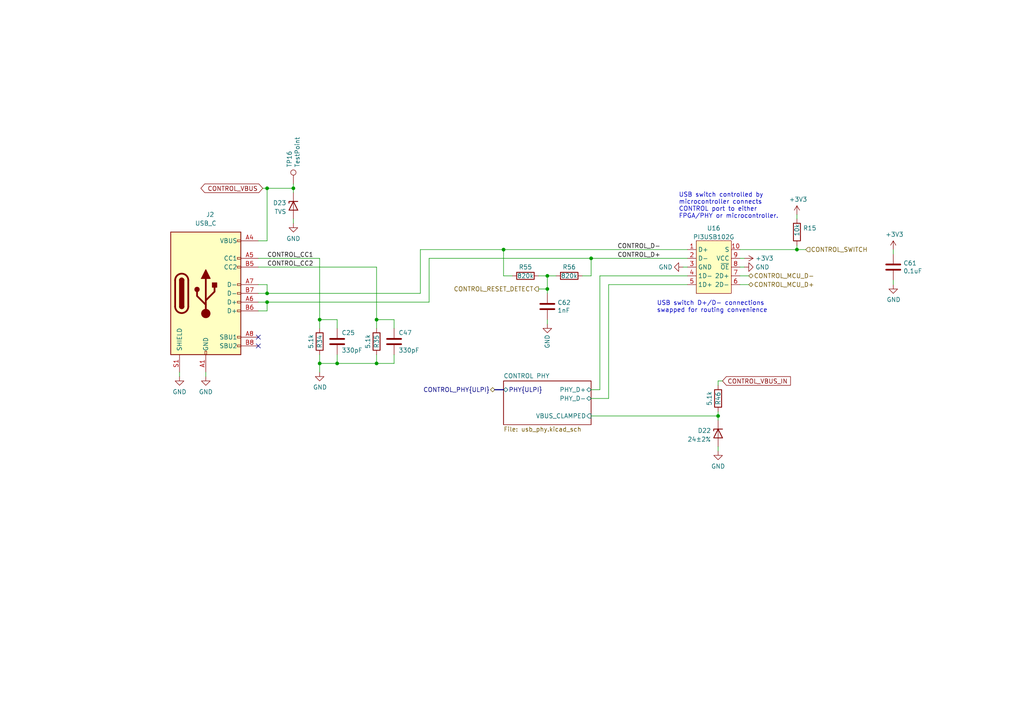
<source format=kicad_sch>
(kicad_sch (version 20231120) (generator "eeschema") (generator_version "8.0")
  (paper "A4")
  (title_block (title "Cynthion") (date "${DATE}") (rev "${VERSION}") (company "Copyright 2019-2023 Great Scott Gadgets") (comment 1 "Licensed under the CERN-OHL-P v2"))
  (lib_symbols
    (symbol "Connector:TestPoint" (pin_numbers hide) (pin_names (offset 0.762) hide)
      (property "Reference" "TP" (at 0 6.858 0))
      (property "Value" "TestPoint" (at 0 5.08 0))
      (symbol "TestPoint_0_1"
        (circle (center 0 3.302) (radius 0.762))
      )
      (symbol "TestPoint_1_1"
        (pin passive line (at 0 0 90) (length 2.54) (name "1") (number "1"))
      )
    )
    (symbol "Connector:USB_C_Receptacle_USB2.0" (pin_names (offset 1.016))
      (property "Reference" "J" (at -10.16 19.05 0))
      (property "Value" "USB_C_Receptacle_USB2.0" (at 19.05 19.05 0))
      (symbol "USB_C_Receptacle_USB2.0_0_0"
        (rectangle (start -0.254 -17.78) (end 0.254 -16.764))
        (rectangle (start 10.16 -14.986) (end 9.144 -15.494))
        (rectangle (start 10.16 -12.446) (end 9.144 -12.954))
        (rectangle (start 10.16 -4.826) (end 9.144 -5.334))
        (rectangle (start 10.16 -2.286) (end 9.144 -2.794))
        (rectangle (start 10.16 0.254) (end 9.144 -0.254))
        (rectangle (start 10.16 2.794) (end 9.144 2.286))
        (rectangle (start 10.16 7.874) (end 9.144 7.366))
        (rectangle (start 10.16 10.414) (end 9.144 9.906))
        (rectangle (start 10.16 15.494) (end 9.144 14.986))
      )
      (symbol "USB_C_Receptacle_USB2.0_0_1"
        (rectangle (start -10.16 17.78) (end 10.16 -17.78) (stroke (width 0.254)) (fill (type background)))
        (arc (start -8.89 -3.81) (mid -6.985 -5.7067) (end -5.08 -3.81) (stroke (width 0.508)))
        (arc (start -7.62 -3.81) (mid -6.985 -4.4423) (end -6.35 -3.81) (stroke (width 0.254)))
        (arc (start -7.62 -3.81) (mid -6.985 -4.4423) (end -6.35 -3.81) (stroke (width 0.254)) (fill (type outline)))
        (rectangle (start -7.62 -3.81) (end -6.35 3.81) (stroke (width 0.254)) (fill (type outline)))
        (arc (start -6.35 3.81) (mid -6.985 4.4423) (end -7.62 3.81) (stroke (width 0.254)))
        (arc (start -6.35 3.81) (mid -6.985 4.4423) (end -7.62 3.81) (stroke (width 0.254)) (fill (type outline)))
        (arc (start -5.08 3.81) (mid -6.985 5.7067) (end -8.89 3.81) (stroke (width 0.508)))
        (circle (center -2.54 1.143) (radius 0.635) (stroke (width 0.254)) (fill (type outline)))
        (circle (center 0 -5.842) (radius 1.27) (fill (type outline)))
        (polyline (pts (xy -8.89 -3.81) (xy -8.89 3.81)) (stroke (width 0.508)))
        (polyline (pts (xy -5.08 3.81) (xy -5.08 -3.81)) (stroke (width 0.508)))
        (polyline (pts (xy 0 -5.842) (xy 0 4.318)) (stroke (width 0.508)))
        (polyline (pts (xy 0 -3.302) (xy -2.54 -0.762) (xy -2.54 0.508)) (stroke (width 0.508)))
        (polyline (pts (xy 0 -2.032) (xy 2.54 0.508) (xy 2.54 1.778)) (stroke (width 0.508)))
        (polyline (pts (xy -1.27 4.318) (xy 0 6.858) (xy 1.27 4.318) (xy -1.27 4.318)) (stroke (width 0.254)) (fill (type outline)))
        (rectangle (start 1.905 1.778) (end 3.175 3.048) (stroke (width 0.254)) (fill (type outline)))
      )
      (symbol "USB_C_Receptacle_USB2.0_1_1"
        (pin passive line (at 0 -22.86 90) (length 5.08) (name "GND") (number "A1"))
        (pin passive line (at 0 -22.86 90) (length 5.08) hide (name "GND") (number "A12"))
        (pin passive line (at 15.24 15.24 180) (length 5.08) (name "VBUS") (number "A4"))
        (pin bidirectional line (at 15.24 10.16 180) (length 5.08) (name "CC1") (number "A5"))
        (pin bidirectional line (at 15.24 -2.54 180) (length 5.08) (name "D+") (number "A6"))
        (pin bidirectional line (at 15.24 2.54 180) (length 5.08) (name "D-") (number "A7"))
        (pin bidirectional line (at 15.24 -12.7 180) (length 5.08) (name "SBU1") (number "A8"))
        (pin passive line (at 15.24 15.24 180) (length 5.08) hide (name "VBUS") (number "A9"))
        (pin passive line (at 0 -22.86 90) (length 5.08) hide (name "GND") (number "B1"))
        (pin passive line (at 0 -22.86 90) (length 5.08) hide (name "GND") (number "B12"))
        (pin passive line (at 15.24 15.24 180) (length 5.08) hide (name "VBUS") (number "B4"))
        (pin bidirectional line (at 15.24 7.62 180) (length 5.08) (name "CC2") (number "B5"))
        (pin bidirectional line (at 15.24 -5.08 180) (length 5.08) (name "D+") (number "B6"))
        (pin bidirectional line (at 15.24 0 180) (length 5.08) (name "D-") (number "B7"))
        (pin bidirectional line (at 15.24 -15.24 180) (length 5.08) (name "SBU2") (number "B8"))
        (pin passive line (at 15.24 15.24 180) (length 5.08) hide (name "VBUS") (number "B9"))
        (pin passive line (at -7.62 -22.86 90) (length 5.08) (name "SHIELD") (number "S1"))
      )
    )
    (symbol "Device:C" (pin_numbers hide) (pin_names (offset 0.254))
      (property "Reference" "C" (at 0.635 2.54 0))
      (property "Value" "C" (at 0.635 -2.54 0))
      (symbol "C_0_1"
        (polyline (pts (xy -2.032 -0.762) (xy 2.032 -0.762)) (stroke (width 0.508)))
        (polyline (pts (xy -2.032 0.762) (xy 2.032 0.762)) (stroke (width 0.508)))
      )
      (symbol "C_1_1"
        (pin passive line (at 0 3.81 270) (length 2.794) (name "~") (number "1"))
        (pin passive line (at 0 -3.81 90) (length 2.794) (name "~") (number "2"))
      )
    )
    (symbol "Device:D_Zener" (pin_numbers hide) (pin_names (offset 1.016) hide)
      (property "Reference" "D" (at 0 2.54 0))
      (property "Value" "D_Zener" (at 0 -2.54 0))
      (symbol "D_Zener_0_1"
        (polyline (pts (xy 1.27 0) (xy -1.27 0)))
        (polyline (pts (xy -1.27 -1.27) (xy -1.27 1.27) (xy -0.762 1.27)) (stroke (width 0.254)))
        (polyline (pts (xy 1.27 -1.27) (xy 1.27 1.27) (xy -1.27 0) (xy 1.27 -1.27)) (stroke (width 0.254)))
      )
      (symbol "D_Zener_1_1"
        (pin passive line (at -3.81 0 0) (length 2.54) (name "K") (number "1"))
        (pin passive line (at 3.81 0 180) (length 2.54) (name "A") (number "2"))
      )
    )
    (symbol "Device:R" (pin_numbers hide) (pin_names (offset 0))
      (property "Reference" "R" (at 2.032 0 90))
      (property "Value" "R" (at 0 0 90))
      (symbol "R_0_1"
        (rectangle (start -1.016 -2.54) (end 1.016 2.54) (stroke (width 0.254)))
      )
      (symbol "R_1_1"
        (pin passive line (at 0 3.81 270) (length 1.27) (name "~") (number "1"))
        (pin passive line (at 0 -3.81 90) (length 1.27) (name "~") (number "2"))
      )
    )
    (symbol "TC7USB42MU_1"
      (property "Reference" "U" (at 0 8.89 0))
      (property "Value" "TC7USB42MU_1" (at 0 -8.89 0))
      (symbol "TC7USB42MU_1_0_1"
        (rectangle (start -5.08 7.62) (end 5.08 -7.62) (stroke (width 0.1524)) (fill (type background)))
      )
      (symbol "TC7USB42MU_1_1_1"
        (pin bidirectional line (at -7.62 5.08 0) (length 2.54) (name "D+") (number "1"))
        (pin input line (at 7.62 5.08 180) (length 2.54) (name "S") (number "10"))
        (pin bidirectional line (at -7.62 2.54 0) (length 2.54) (name "D-") (number "2"))
        (pin power_in line (at -7.62 0 0) (length 2.54) (name "GND") (number "3"))
        (pin bidirectional line (at -7.62 -2.54 0) (length 2.54) (name "1D-") (number "4"))
        (pin bidirectional line (at -7.62 -5.08 0) (length 2.54) (name "1D+") (number "5"))
        (pin bidirectional line (at 7.62 -5.08 180) (length 2.54) (name "2D-") (number "6"))
        (pin bidirectional line (at 7.62 -2.54 180) (length 2.54) (name "2D+") (number "7"))
        (pin input line (at 7.62 0 180) (length 2.54) (name "~{OE}") (number "8"))
        (pin power_in line (at 7.62 2.54 180) (length 2.54) (name "VCC") (number "9"))
      )
    )
    (symbol "power:+3V3" (power) (pin_names (offset 0))
      (property "Value" "+3V3" (at 0 3.556 0))
      (symbol "+3V3_0_1"
        (polyline (pts (xy -0.762 1.27) (xy 0 2.54)))
        (polyline (pts (xy 0 0) (xy 0 2.54)))
        (polyline (pts (xy 0 2.54) (xy 0.762 1.27)))
      )
      (symbol "+3V3_1_1"
        (pin power_in line (at 0 0 90) (length 0) hide (name "+3V3") (number "1"))
      )
    )
    (symbol "power:GND" (power) (pin_names (offset 0))
      (property "Value" "GND" (at 0 -3.81 0))
      (symbol "GND_0_1"
        (polyline (pts (xy 0 0) (xy 0 -1.27) (xy 1.27 -1.27) (xy 0 -2.54) (xy -1.27 -1.27) (xy 0 -1.27)))
      )
      (symbol "GND_1_1"
        (pin power_in line (at 0 0 270) (length 0) hide (name "GND") (number "1"))
      )
    )
  )
  (junction (at 158.75 80.01))
  (junction (at 208.28 120.65))
  (junction (at 92.71 92.71))
  (junction (at 77.47 85.09))
  (junction (at 97.79 105.41))
  (junction (at 109.22 92.71))
  (junction (at 77.47 87.63))
  (junction (at 85.09 54.61))
  (junction (at 92.71 105.41))
  (junction (at 171.45 74.93))
  (junction (at 231.14 72.39))
  (junction (at 158.75 83.82))
  (junction (at 146.05 72.39))
  (junction (at 109.22 105.41))
  (junction (at 77.47 54.61))
  (no_connect (at 74.93 100.33))
  (no_connect (at 74.93 97.79))
  (wire (pts (xy 121.92 85.09) (xy 121.92 72.39)))
  (wire (pts (xy 77.47 69.85) (xy 74.93 69.85)))
  (wire (pts (xy 77.47 54.61) (xy 77.47 69.85)))
  (wire (pts (xy 52.07 107.95) (xy 52.07 109.22)))
  (wire (pts (xy 171.45 115.57) (xy 176.53 115.57)))
  (wire (pts (xy 231.14 62.23) (xy 231.14 63.5)))
  (wire (pts (xy 231.14 72.39) (xy 214.63 72.39)))
  (wire (pts (xy 214.63 77.47) (xy 215.9 77.47)))
  (wire (pts (xy 74.93 77.47) (xy 109.22 77.47)))
  (wire (pts (xy 114.3 105.41) (xy 109.22 105.41)))
  (wire (pts (xy 176.53 115.57) (xy 176.53 82.55)))
  (wire (pts (xy 92.71 95.25) (xy 92.71 92.71)))
  (wire (pts (xy 158.75 80.01) (xy 161.29 80.01)))
  (wire (pts (xy 208.28 120.65) (xy 208.28 121.92)))
  (wire (pts (xy 121.92 72.39) (xy 146.05 72.39)))
  (wire (pts (xy 109.22 77.47) (xy 109.22 92.71)))
  (wire (pts (xy 97.79 102.87) (xy 97.79 105.41)))
  (wire (pts (xy 114.3 95.25) (xy 114.3 92.71)))
  (wire (pts (xy 158.75 83.82) (xy 156.21 83.82)))
  (wire (pts (xy 74.93 85.09) (xy 77.47 85.09)))
  (wire (pts (xy 199.39 74.93) (xy 171.45 74.93)))
  (wire (pts (xy 158.75 83.82) (xy 158.75 85.09)))
  (wire (pts (xy 76.2 54.61) (xy 77.47 54.61)))
  (wire (pts (xy 259.08 81.28) (xy 259.08 82.55)))
  (bus (pts (xy 143.51 113.03) (xy 146.05 113.03)))
  (wire (pts (xy 171.45 80.01) (xy 168.91 80.01)))
  (wire (pts (xy 92.71 105.41) (xy 92.71 107.95)))
  (wire (pts (xy 146.05 72.39) (xy 199.39 72.39)))
  (wire (pts (xy 173.99 80.01) (xy 199.39 80.01)))
  (wire (pts (xy 171.45 74.93) (xy 171.45 80.01)))
  (wire (pts (xy 85.09 64.77) (xy 85.09 63.5)))
  (wire (pts (xy 198.12 77.47) (xy 199.39 77.47)))
  (wire (pts (xy 77.47 54.61) (xy 85.09 54.61)))
  (wire (pts (xy 92.71 74.93) (xy 92.71 92.71)))
  (wire (pts (xy 74.93 82.55) (xy 77.47 82.55)))
  (wire (pts (xy 74.93 87.63) (xy 77.47 87.63)))
  (wire (pts (xy 214.63 82.55) (xy 217.17 82.55)))
  (wire (pts (xy 259.08 72.39) (xy 259.08 73.66)))
  (wire (pts (xy 121.92 85.09) (xy 77.47 85.09)))
  (wire (pts (xy 77.47 82.55) (xy 77.47 85.09)))
  (wire (pts (xy 208.28 111.76) (xy 208.28 110.49)))
  (wire (pts (xy 97.79 95.25) (xy 97.79 92.71)))
  (wire (pts (xy 74.93 74.93) (xy 92.71 74.93)))
  (wire (pts (xy 208.28 120.65) (xy 171.45 120.65)))
  (wire (pts (xy 208.28 119.38) (xy 208.28 120.65)))
  (wire (pts (xy 77.47 87.63) (xy 77.47 90.17)))
  (wire (pts (xy 124.46 87.63) (xy 77.47 87.63)))
  (wire (pts (xy 92.71 102.87) (xy 92.71 105.41)))
  (wire (pts (xy 176.53 82.55) (xy 199.39 82.55)))
  (wire (pts (xy 124.46 74.93) (xy 124.46 87.63)))
  (wire (pts (xy 97.79 105.41) (xy 109.22 105.41)))
  (wire (pts (xy 156.21 80.01) (xy 158.75 80.01)))
  (wire (pts (xy 59.69 107.95) (xy 59.69 109.22)))
  (wire (pts (xy 92.71 105.41) (xy 97.79 105.41)))
  (wire (pts (xy 114.3 92.71) (xy 109.22 92.71)))
  (wire (pts (xy 215.9 74.93) (xy 214.63 74.93)))
  (wire (pts (xy 158.75 92.71) (xy 158.75 93.98)))
  (wire (pts (xy 114.3 102.87) (xy 114.3 105.41)))
  (wire (pts (xy 92.71 92.71) (xy 97.79 92.71)))
  (wire (pts (xy 146.05 72.39) (xy 146.05 80.01)))
  (wire (pts (xy 85.09 53.34) (xy 85.09 54.61)))
  (wire (pts (xy 208.28 129.54) (xy 208.28 130.81)))
  (wire (pts (xy 231.14 72.39) (xy 233.68 72.39)))
  (wire (pts (xy 146.05 80.01) (xy 148.59 80.01)))
  (wire (pts (xy 109.22 105.41) (xy 109.22 102.87)))
  (wire (pts (xy 231.14 71.12) (xy 231.14 72.39)))
  (wire (pts (xy 171.45 74.93) (xy 124.46 74.93)))
  (wire (pts (xy 109.22 95.25) (xy 109.22 92.71)))
  (wire (pts (xy 208.28 110.49) (xy 209.55 110.49)))
  (wire (pts (xy 158.75 80.01) (xy 158.75 83.82)))
  (wire (pts (xy 77.47 90.17) (xy 74.93 90.17)))
  (wire (pts (xy 173.99 113.03) (xy 171.45 113.03)))
  (wire (pts (xy 217.17 80.01) (xy 214.63 80.01)))
  (wire (pts (xy 173.99 80.01) (xy 173.99 113.03)))
  (wire (pts (xy 85.09 54.61) (xy 85.09 55.88)))
  (text "USB switch controlled by \nmicrocontroller connects\nCONTROL port to either\nFPGA/PHY or microcontroller." (at 196.85 63.5 0) (effects (font (size 1.27 1.27)) (justify left bottom)))
  (text "USB switch D+/D- connections\nswapped for routing convenience" (at 190.5 90.805 0) (effects (font (size 1.27 1.27)) (justify left bottom)))
  (label "CONTROL_D-" (at 179.07 72.39 0))
  (label "CONTROL_CC1" (at 77.47 74.93 0))
  (label "CONTROL_D+" (at 179.07 74.93 0))
  (label "CONTROL_CC2" (at 77.47 77.47 0))
  (global_label "CONTROL_VBUS" (shape bidirectional) (at 76.2 54.61 180) (property "Intersheetrefs" "${INTERSHEET_REFS}" (effects (hide yes))))
  (global_label "CONTROL_VBUS_IN" (shape input) (at 209.55 110.49 0) (property "Intersheetrefs" "${INTERSHEET_REFS}" (effects (hide yes))))
  (hierarchical_label "CONTROL_MCU_D+" (shape bidirectional) (at 217.17 82.55 0))
  (hierarchical_label "CONTROL_MCU_D-" (shape bidirectional) (at 217.17 80.01 0))
  (hierarchical_label "CONTROL_RESET_DETECT" (shape output) (at 156.21 83.82 180))
  (hierarchical_label "CONTROL_PHY{ULPI}" (shape bidirectional) (at 143.51 113.03 180))
  (hierarchical_label "CONTROL_SWITCH" (shape input) (at 233.68 72.39 0))
  (symbol (lib_id "power:+3V3") (at 259.08 72.39 0) (unit 1)
    (property "Reference" "#PWR067" (effects (hide yes)))
    (property "Value" "+3V3" (at 259.4356 67.9958 0))
  )
  (symbol (lib_id "power:GND") (at 259.08 82.55 0) (unit 1)
    (property "Reference" "#PWR066" (effects (hide yes)))
    (property "Value" "GND" (at 259.1816 86.9188 0))
  )
  (symbol (lib_id "power:GND") (at 92.71 107.95 0) (unit 1)
    (property "Reference" "#PWR010" (effects (hide yes)))
    (property "Value" "GND" (at 92.8116 112.3188 0))
  )
  (symbol (lib_id "Device:C") (at 114.3 99.06 0) (unit 1)
    (property "Reference" "C47" (at 115.57 96.52 0) (effects (justify left)))
    (property "Value" "330pF" (at 115.57 101.6 0) (effects (justify left)))
    (property "Footprint" "Capacitor_SMD:C_0402_1005Metric" (effects (hide yes)))
    (property "Description" "CAP CER 330PF 50V C0G/NP0 0402" (effects (hide yes)))
    (property "Part Number" "CL05C331JB5NNNC" (effects (hide yes)))
    (property "Substitution" "any equivalent" (effects (hide yes)))
    (property "Manufacturer" "Samsung" (effects (hide yes)))
    (property "LCSC#" "C13533" (effects (hide yes)))
  )
  (symbol (lib_id "Device:C") (at 97.79 99.06 0) (unit 1)
    (property "Reference" "C25" (at 99.06 96.52 0) (effects (justify left)))
    (property "Value" "330pF" (at 99.06 101.6 0) (effects (justify left)))
    (property "Footprint" "Capacitor_SMD:C_0402_1005Metric" (effects (hide yes)))
    (property "Description" "CAP CER 330PF 50V C0G/NP0 0402" (effects (hide yes)))
    (property "Part Number" "CL05C331JB5NNNC" (effects (hide yes)))
    (property "Substitution" "any equivalent" (effects (hide yes)))
    (property "Manufacturer" "Samsung" (effects (hide yes)))
    (property "LCSC#" "C13533" (effects (hide yes)))
  )
  (symbol (lib_id "Device:R") (at 92.71 99.06 0) (mirror x) (unit 1)
    (property "Reference" "R34" (at 92.71 99.06 90))
    (property "Value" "5.1k" (at 90.17 99.06 90))
    (property "Footprint" "Resistor_SMD:R_0402_1005Metric" (effects (hide yes)))
    (property "Description" "RES 5.1K OHM 5% 1/16W 0402" (effects (hide yes)))
    (property "Part Number" "RC0402JR-075K1L" (effects (hide yes)))
    (property "Substitution" "any equivalent" (effects (hide yes)))
    (property "Manufacturer" "Yageo" (effects (hide yes)))
    (property "LCSC#" "C105873" (effects (hide yes)))
  )
  (symbol (lib_id "Device:R") (at 109.22 99.06 0) (mirror x) (unit 1)
    (property "Reference" "R35" (at 109.22 99.06 90))
    (property "Value" "5.1k" (at 106.68 99.06 90))
    (property "Footprint" "Resistor_SMD:R_0402_1005Metric" (effects (hide yes)))
    (property "Description" "RES 5.1K OHM 5% 1/16W 0402" (effects (hide yes)))
    (property "Part Number" "RC0402JR-075K1L" (effects (hide yes)))
    (property "Substitution" "any equivalent" (effects (hide yes)))
    (property "Manufacturer" "Yageo" (effects (hide yes)))
    (property "LCSC#" "C105873" (effects (hide yes)))
  )
  (symbol (lib_id "power:GND") (at 52.07 109.22 0) (unit 1)
    (property "Reference" "#PWR0104" (effects (hide yes)))
    (property "Value" "GND" (at 52.07 113.6634 0))
  )
  (symbol (lib_id "power:+3V3") (at 231.14 62.23 0) (unit 1)
    (property "Reference" "#PWR0149" (effects (hide yes)))
    (property "Value" "+3V3" (at 231.4956 57.8358 0))
  )
  (symbol (lib_id "power:GND") (at 158.75 93.98 0) (unit 1)
    (property "Reference" "#PWR0150" (effects (hide yes)))
    (property "Value" "GND" (at 158.75 99.06 90))
  )
  (symbol (lib_id "Device:C") (at 158.75 88.9 0) (unit 1)
    (property "Reference" "C62" (at 161.671 87.757 0) (effects (justify left)))
    (property "Value" "1nF" (at 161.671 90.043 0) (effects (justify left)))
    (property "Footprint" "Capacitor_SMD:C_0402_1005Metric" (effects (hide yes)))
    (property "Description" "CAP CER 1000PF 50V X7R 0402" (effects (hide yes)))
    (property "Part Number" "CL05B102KB5NNNC" (effects (hide yes)))
    (property "Substitution" "any equivalent" (effects (hide yes)))
    (property "Manufacturer" "Samsung" (effects (hide yes)))
    (property "LCSC#" "C14442" (effects (hide yes)))
  )
  (symbol (lib_id "Device:D_Zener") (at 85.09 59.69 90) (mirror x) (unit 1)
    (property "Reference" "D23" (at 83.058 58.8553 90) (effects (justify left)))
    (property "Value" "TVS" (at 83.058 61.3922 90) (effects (justify left)))
    (property "Footprint" "cynthion:DFN1006-2" (effects (hide yes)))
    (property "Datasheet" "https://assets.nexperia.com/documents/data-sheet/PESDXS1UL_SER.pdf" (effects (hide yes)))
    (property "Description" "TVS DIODE 36VWM 80VC DFN1006-2" (effects (hide yes)))
    (property "Manufacturer" "Nexperia" (effects (hide yes)))
    (property "Part Number" "PESD36VS1UL,315" (effects (hide yes)))
    (property "LCSC#" " C503417" (effects (hide yes)))
  )
  (symbol (lib_name "TC7USB42MU_1") (lib_id "usb:TC7USB42MU") (at 207.01 77.47 0) (unit 1)
    (property "Reference" "U16" (at 207.01 66.201 0))
    (property "Value" "PI3USB102G" (at 207.01 68.7379 0))
    (property "Footprint" "cynthion:Diodes_10-TQFN_ZL" (effects (hide yes)))
    (property "Datasheet" "https://www.diodes.com/assets/Datasheets/PI3USB102G.pdf" (effects (hide yes)))
    (property "Description" "IC USB 2.0 SWITCH 2:1 10TQFN" (effects (hide yes)))
    (property "Manufacturer" "Diodes Inc." (effects (hide yes)))
    (property "Part Number" "PI3USB102GZLEX" (effects (hide yes)))
    (property "LCSC#" "C155356" (effects (hide yes)))
  )
  (symbol (lib_id "power:+3V3") (at 215.9 74.93 270) (unit 1)
    (property "Reference" "#PWR0146" (effects (hide yes)))
    (property "Value" "+3V3" (at 219.075 74.93 90) (effects (justify left)))
  )
  (symbol (lib_id "power:GND") (at 215.9 77.47 90) (unit 1)
    (property "Reference" "#PWR0148" (effects (hide yes)))
    (property "Value" "GND" (at 219.075 77.47 90) (effects (justify right)))
  )
  (symbol (lib_id "Device:R") (at 231.14 67.31 0) (unit 1)
    (property "Reference" "R15" (at 232.918 66.167 0) (effects (justify left)))
    (property "Value" "10k" (at 231.14 68.58 90) (effects (justify left)))
    (property "Footprint" "Resistor_SMD:R_0402_1005Metric" (effects (hide yes)))
    (property "Description" "RES 10K OHM 5% 1/16W 0402" (effects (hide yes)))
    (property "Part Number" "RC0402JR-0710KL" (effects (hide yes)))
    (property "Substitution" "any equivalent" (effects (hide yes)))
    (property "Manufacturer" "Yageo" (effects (hide yes)))
    (property "LCSC#" "C60489" (effects (hide yes)))
  )
  (symbol (lib_id "Device:R") (at 165.1 80.01 90) (unit 1)
    (property "Reference" "R56" (at 165.1 77.47 90))
    (property "Value" "820k" (at 165.1 80.01 90))
    (property "Footprint" "Resistor_SMD:R_0402_1005Metric" (effects (hide yes)))
    (property "Description" "RES 820K OHM 5% 1/16W 0402" (effects (hide yes)))
    (property "Part Number" "RC0402JR-07820KL" (effects (hide yes)))
    (property "Substitution" "any equivalent" (effects (hide yes)))
    (property "Manufacturer" "Yageo" (effects (hide yes)))
    (property "LCSC#" "C137838" (effects (hide yes)))
  )
  (symbol (lib_id "power:GND") (at 59.69 109.22 0) (unit 1)
    (property "Reference" "#PWR0230" (effects (hide yes)))
    (property "Value" "GND" (at 59.69 113.6634 0))
  )
  (symbol (lib_id "Device:R") (at 208.28 115.57 0) (mirror x) (unit 1)
    (property "Reference" "R46" (at 208.28 115.57 90))
    (property "Value" "5.1k" (at 205.74 115.57 90))
    (property "Footprint" "Resistor_SMD:R_0402_1005Metric" (effects (hide yes)))
    (property "Description" "RES 5.1K OHM 5% 1/16W 0402" (effects (hide yes)))
    (property "Part Number" "RC0402JR-075K1L" (effects (hide yes)))
    (property "Substitution" "any equivalent" (effects (hide yes)))
    (property "Manufacturer" "Yageo" (effects (hide yes)))
    (property "LCSC#" "C105873" (effects (hide yes)))
  )
  (symbol (lib_id "Connector:USB_C_Receptacle_USB2.0") (at 59.69 85.09 0) (unit 1)
    (property "Reference" "J2" (at 60.96 62.23 0))
    (property "Value" "USB_C" (at 59.69 64.77 0))
    (property "Footprint" "cynthion:USB_C_Receptacle_HRO_TYPE-C-31-M-12" (effects (hide yes)))
    (property "Description" "CONN RCPT USB2.0 TYPE-C 16POS" (effects (hide yes)))
    (property "Manufacturer" "DEALON" (effects (hide yes)))
    (property "Part Number" "USB-TYPE-C-019" (effects (hide yes)))
    (property "Substitution" "Yuandi TYPE-611A-T3" (effects (hide yes)))
    (property "LCSC#" "C2927039" (effects (hide yes)))
  )
  (symbol (lib_id "power:GND") (at 198.12 77.47 270) (unit 1)
    (property "Reference" "#PWR0147" (effects (hide yes)))
    (property "Value" "GND" (at 193.04 77.47 90))
  )
  (symbol (lib_id "Connector:TestPoint") (at 85.09 53.34 0) (unit 1) (in_bom no)
    (property "Reference" "TP16" (at 83.947 48.5902 90) (effects (justify left)))
    (property "Value" "TestPoint" (at 86.233 48.5902 90) (effects (justify left)))
    (property "Footprint" "TestPoint:TestPoint_Pad_D1.0mm" (effects (hide yes)))
  )
  (symbol (lib_id "Device:R") (at 152.4 80.01 90) (unit 1)
    (property "Reference" "R55" (at 152.4 77.47 90))
    (property "Value" "820k" (at 152.4 80.01 90))
    (property "Footprint" "Resistor_SMD:R_0402_1005Metric" (effects (hide yes)))
    (property "Description" "RES 820K OHM 5% 1/16W 0402" (effects (hide yes)))
    (property "Part Number" "RC0402JR-07820KL" (effects (hide yes)))
    (property "Substitution" "any equivalent" (effects (hide yes)))
    (property "Manufacturer" "Yageo" (effects (hide yes)))
    (property "LCSC#" "C137838" (effects (hide yes)))
  )
  (symbol (lib_id "Device:D_Zener") (at 208.28 125.73 90) (mirror x) (unit 1)
    (property "Reference" "D22" (at 206.248 124.8953 90) (effects (justify left)))
    (property "Value" "24±2%" (at 206.248 127.4322 90) (effects (justify left)))
    (property "Footprint" "cynthion:DFN1006-2" (effects (hide yes)))
    (property "Datasheet" "https://assets.nexperia.com/documents/data-sheet/BZX884_BC_SER.pdf" (effects (hide yes)))
    (property "Description" "DIODE ZENER 24V 250MW DFN1006-2" (effects (hide yes)))
    (property "Manufacturer" "Nexperia" (effects (hide yes)))
    (property "Part Number" "BZX884-B24,315" (effects (hide yes)))
  )
  (symbol (lib_id "power:GND") (at 85.09 64.77 0) (unit 1)
    (property "Reference" "#PWR025" (effects (hide yes)))
    (property "Value" "GND" (at 85.09 69.2134 0))
  )
  (symbol (lib_id "power:GND") (at 208.28 130.81 0) (mirror y) (unit 1)
    (property "Reference" "#PWR0156" (effects (hide yes)))
    (property "Value" "GND" (at 208.28 135.2534 0))
  )
  (symbol (lib_id "Device:C") (at 259.08 77.47 0) (unit 1)
    (property "Reference" "C61" (at 262.001 76.327 0) (effects (justify left)))
    (property "Value" "0.1uF" (at 262.001 78.613 0) (effects (justify left)))
    (property "Footprint" "Capacitor_SMD:C_0402_1005Metric" (effects (hide yes)))
    (property "Description" "CAP CER 0.1UF 25V X5R 0402" (effects (hide yes)))
    (property "Part Number" "CL05A104KA5NNNC" (effects (hide yes)))
    (property "Substitution" "any equivalent" (effects (hide yes)))
    (property "Manufacturer" "Samsung" (effects (hide yes)))
    (property "LCSC#" "C100072" (effects (hide yes)))
  )
  (sheet (at 146.05 110.49) (size 25.4 12.7) (stroke (width 0.1524))
    (property "Sheetname" "CONTROL PHY" (at 146.05 109.7784 0) (effects (justify left bottom)))
    (property "Sheetfile" "usb_phy.kicad_sch" (at 146.05 123.7746 0) (effects (justify left top)))
    (pin "PHY_D-" bidirectional (at 171.45 115.57 0))
    (pin "PHY_D+" bidirectional (at 171.45 113.03 0))
    (pin "PHY{ULPI}" bidirectional (at 146.05 113.03 180))
    (pin "VBUS_CLAMPED" input (at 171.45 120.65 0))
  )
)
</source>
